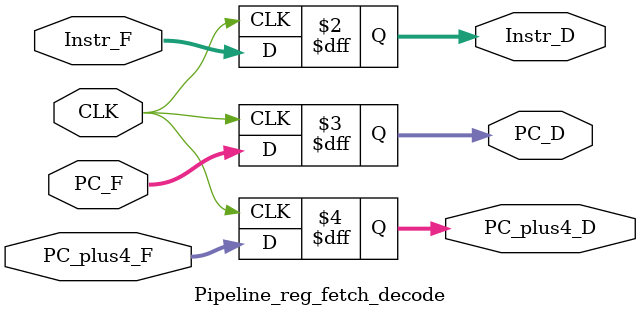
<source format=sv>
`timescale 1ns / 1ps


module Pipeline_reg_fetch_decode(
    input CLK,
    input [31:0] Instr_F, 
    input [31:0] PC_F,
    input [31:0] PC_plus4_F,
    output logic [31:0] Instr_D,
    output logic [31:0] PC_D,
    output logic [31:0] PC_plus4_D
    );

    always_ff @(posedge CLK) begin
        Instr_D <= Instr_F;
        PC_D <= PC_F;
        PC_plus4_D <= PC_plus4_F;
    end


endmodule

</source>
